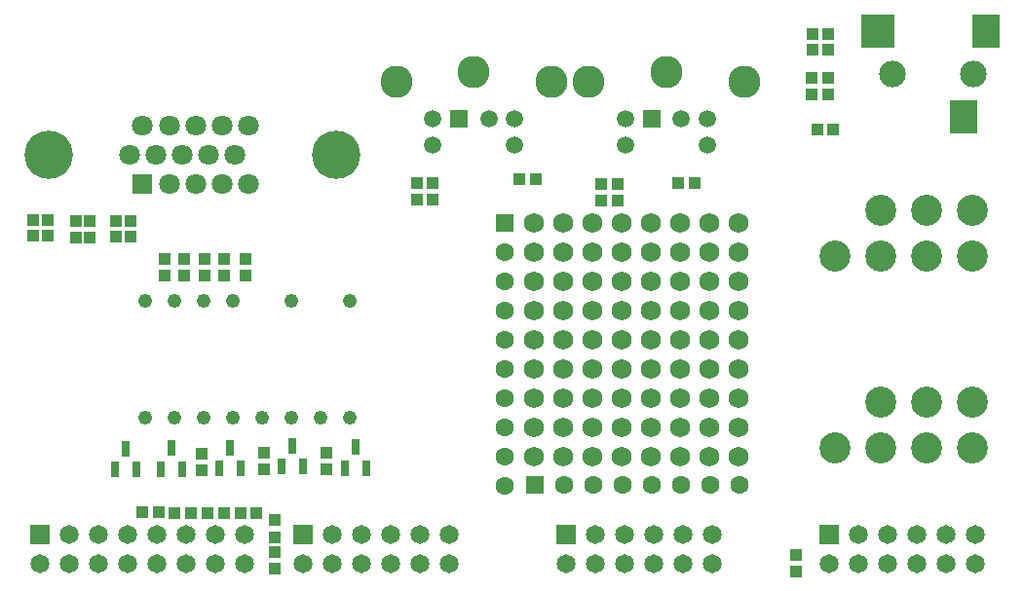
<source format=gts>
%FSLAX25Y25*%
%MOIN*%
G70*
G01*
G75*
G04 Layer_Color=8388736*
%ADD10R,0.03150X0.03347*%
%ADD11R,0.02362X0.04724*%
%ADD12R,0.03347X0.03150*%
%ADD13R,0.08661X0.11024*%
%ADD14R,0.11024X0.11024*%
%ADD15C,0.00600*%
%ADD16C,0.01200*%
%ADD17C,0.00800*%
%ADD18C,0.06000*%
%ADD19R,0.05500X0.05500*%
%ADD20C,0.05500*%
%ADD21R,0.05500X0.05500*%
%ADD22C,0.05700*%
%ADD23R,0.05700X0.05700*%
%ADD24C,0.10236*%
%ADD25C,0.05118*%
%ADD26R,0.05118X0.05118*%
%ADD27C,0.04000*%
%ADD28C,0.06299*%
%ADD29R,0.06299X0.06299*%
%ADD30C,0.15748*%
%ADD31C,0.11575*%
%ADD32C,0.09843*%
%ADD33C,0.08300*%
%ADD34C,0.02700*%
%ADD35C,0.00984*%
%ADD36C,0.05906*%
%ADD37C,0.00600*%
%ADD38C,0.01000*%
%ADD39C,0.00100*%
%ADD40C,0.00787*%
%ADD41C,0.00591*%
%ADD42R,0.03950X0.04147*%
%ADD43R,0.03162X0.05524*%
%ADD44R,0.04147X0.03950*%
%ADD45R,0.09461X0.11824*%
%ADD46R,0.11824X0.11824*%
%ADD47C,0.06800*%
%ADD48R,0.06300X0.06300*%
%ADD49C,0.06300*%
%ADD50R,0.06300X0.06300*%
%ADD51C,0.06500*%
%ADD52R,0.06500X0.06500*%
%ADD53C,0.11036*%
%ADD54C,0.05918*%
%ADD55R,0.05918X0.05918*%
%ADD56C,0.04800*%
%ADD57C,0.07099*%
%ADD58R,0.07099X0.07099*%
%ADD59C,0.16548*%
%ADD60C,0.10642*%
%ADD61C,0.09100*%
D42*
X67300Y27500D02*
D03*
X72812D02*
D03*
X83912Y27300D02*
D03*
X78400D02*
D03*
X45000Y27600D02*
D03*
X50512D02*
D03*
X61512Y27400D02*
D03*
X56000D02*
D03*
X281212Y158900D02*
D03*
X275700D02*
D03*
X228300Y140500D02*
D03*
X233812D02*
D03*
X179512Y141700D02*
D03*
X174000D02*
D03*
D43*
X71160Y42757D02*
D03*
X78640D02*
D03*
X74900Y49843D02*
D03*
X114016Y42857D02*
D03*
X121496D02*
D03*
X117756Y49943D02*
D03*
X92516Y43357D02*
D03*
X99996D02*
D03*
X96256Y50443D02*
D03*
X51016Y42557D02*
D03*
X58496D02*
D03*
X54756Y49643D02*
D03*
X35416Y42357D02*
D03*
X42896D02*
D03*
X39156Y49443D02*
D03*
D44*
X66056Y114256D02*
D03*
Y108744D02*
D03*
X52356Y114256D02*
D03*
Y108744D02*
D03*
X72906Y114256D02*
D03*
Y108744D02*
D03*
X65156Y42144D02*
D03*
Y47656D02*
D03*
X86356Y42544D02*
D03*
Y48056D02*
D03*
X59206Y114256D02*
D03*
Y108744D02*
D03*
X107956Y42444D02*
D03*
Y47956D02*
D03*
X7514Y127856D02*
D03*
Y122344D02*
D03*
X12514Y127856D02*
D03*
Y122344D02*
D03*
X268656Y7544D02*
D03*
Y13056D02*
D03*
X279356Y176256D02*
D03*
Y170744D02*
D03*
X279400Y191456D02*
D03*
Y185944D02*
D03*
X273756Y176356D02*
D03*
Y170844D02*
D03*
X274100Y191456D02*
D03*
Y185944D02*
D03*
X90056Y19147D02*
D03*
Y25053D02*
D03*
Y13956D02*
D03*
Y8444D02*
D03*
X26975Y127427D02*
D03*
Y121916D02*
D03*
X22071Y127356D02*
D03*
Y121844D02*
D03*
X40800Y127556D02*
D03*
Y122044D02*
D03*
X35800Y127456D02*
D03*
Y121944D02*
D03*
X138700Y134744D02*
D03*
Y140256D02*
D03*
X144100Y134744D02*
D03*
Y140256D02*
D03*
X80200Y108744D02*
D03*
Y114256D02*
D03*
X202000Y134544D02*
D03*
Y140056D02*
D03*
X207500Y134544D02*
D03*
Y140056D02*
D03*
D45*
X333551Y192267D02*
D03*
X325677Y163133D02*
D03*
D46*
X296543Y192267D02*
D03*
D47*
X178756Y126800D02*
D03*
X188756D02*
D03*
X198756D02*
D03*
X208756D02*
D03*
X218756D02*
D03*
X228756D02*
D03*
X238756D02*
D03*
X248756D02*
D03*
Y116800D02*
D03*
X238756D02*
D03*
X228756D02*
D03*
X218756D02*
D03*
X208756D02*
D03*
X198756D02*
D03*
X188756D02*
D03*
X178756D02*
D03*
X248756Y106800D02*
D03*
X238756D02*
D03*
X228756D02*
D03*
X218756D02*
D03*
X208756D02*
D03*
X198756D02*
D03*
X188756D02*
D03*
X178756D02*
D03*
X248756Y96800D02*
D03*
X238756D02*
D03*
X228756D02*
D03*
X218756D02*
D03*
X208756D02*
D03*
X198756D02*
D03*
X188756D02*
D03*
X178756D02*
D03*
X248756Y86800D02*
D03*
X238756D02*
D03*
X228756D02*
D03*
X218756D02*
D03*
X208756D02*
D03*
X198756D02*
D03*
X188756D02*
D03*
X178756D02*
D03*
X248756Y76800D02*
D03*
X238756D02*
D03*
X228756D02*
D03*
X218756D02*
D03*
X208756D02*
D03*
X198756D02*
D03*
X188756D02*
D03*
X178756D02*
D03*
X248756Y66800D02*
D03*
X238756D02*
D03*
X228756D02*
D03*
X218756D02*
D03*
X208756D02*
D03*
X198756D02*
D03*
X188756D02*
D03*
X178756D02*
D03*
X248756Y56800D02*
D03*
X238756D02*
D03*
X228756D02*
D03*
X218756D02*
D03*
X208756D02*
D03*
X198756D02*
D03*
X188756D02*
D03*
X178756D02*
D03*
X248756Y46800D02*
D03*
X238756D02*
D03*
X228756D02*
D03*
X218756D02*
D03*
X208756D02*
D03*
X198756D02*
D03*
X188756D02*
D03*
X178756D02*
D03*
D48*
X179156Y37100D02*
D03*
D49*
X189156D02*
D03*
X199156D02*
D03*
X209156D02*
D03*
X219156D02*
D03*
X229156D02*
D03*
X239156D02*
D03*
X249156D02*
D03*
X168756Y116800D02*
D03*
Y106800D02*
D03*
Y96800D02*
D03*
Y86800D02*
D03*
Y76800D02*
D03*
Y66800D02*
D03*
Y56800D02*
D03*
Y46800D02*
D03*
Y36800D02*
D03*
D50*
Y126800D02*
D03*
D51*
X330000Y10000D02*
D03*
X320000D02*
D03*
X310000D02*
D03*
X300000D02*
D03*
X290000D02*
D03*
X280000D02*
D03*
X330000Y20000D02*
D03*
X320000D02*
D03*
X310000D02*
D03*
X300000D02*
D03*
X290000D02*
D03*
X240000Y10000D02*
D03*
X230000D02*
D03*
X220000D02*
D03*
X210000D02*
D03*
X200000D02*
D03*
X190000D02*
D03*
X240000Y20000D02*
D03*
X230000D02*
D03*
X220000D02*
D03*
X210000D02*
D03*
X200000D02*
D03*
X150000Y10000D02*
D03*
X140000D02*
D03*
X130000D02*
D03*
X120000D02*
D03*
X110000D02*
D03*
X100000D02*
D03*
X150000Y20000D02*
D03*
X140000D02*
D03*
X130000D02*
D03*
X120000D02*
D03*
X110000D02*
D03*
X80000Y10000D02*
D03*
X70000D02*
D03*
X60000D02*
D03*
X50000D02*
D03*
X40000D02*
D03*
X30000D02*
D03*
X20000D02*
D03*
X10000D02*
D03*
X70000Y20000D02*
D03*
X80000D02*
D03*
X60000D02*
D03*
X50000D02*
D03*
X40000D02*
D03*
X30000D02*
D03*
X20000D02*
D03*
D52*
X280000D02*
D03*
X190000D02*
D03*
X100000D02*
D03*
X10000D02*
D03*
D53*
X224200Y178303D02*
D03*
X250775Y175154D02*
D03*
X197625D02*
D03*
X158300Y178303D02*
D03*
X184875Y175154D02*
D03*
X131725D02*
D03*
D54*
X238216Y153500D02*
D03*
X210184D02*
D03*
X238216Y162398D02*
D03*
X210184D02*
D03*
X229318D02*
D03*
X172316Y153500D02*
D03*
X144284D02*
D03*
X172316Y162398D02*
D03*
X144284D02*
D03*
X163418D02*
D03*
D55*
X219082D02*
D03*
X153182D02*
D03*
D56*
X45680Y60233D02*
D03*
X55680D02*
D03*
X65680D02*
D03*
X75680D02*
D03*
X85680D02*
D03*
X95680D02*
D03*
X105680D02*
D03*
X115680D02*
D03*
Y100233D02*
D03*
X95680D02*
D03*
X75680D02*
D03*
X65680D02*
D03*
X55680D02*
D03*
X45680D02*
D03*
D57*
X81063Y160000D02*
D03*
X72047D02*
D03*
X63032D02*
D03*
X54016D02*
D03*
X45000D02*
D03*
X76417Y150000D02*
D03*
X67441D02*
D03*
X58465D02*
D03*
X49488D02*
D03*
X40512D02*
D03*
X81063Y140000D02*
D03*
X72047D02*
D03*
X63032D02*
D03*
X54016D02*
D03*
D58*
X45000D02*
D03*
D59*
X12795Y150000D02*
D03*
X111181D02*
D03*
D60*
X297448Y131148D02*
D03*
X313196D02*
D03*
X328944D02*
D03*
Y115400D02*
D03*
X313196D02*
D03*
X297448D02*
D03*
X281700D02*
D03*
X297448Y65448D02*
D03*
X313196D02*
D03*
X328944D02*
D03*
Y49700D02*
D03*
X313196D02*
D03*
X297448D02*
D03*
X281700D02*
D03*
D61*
X301661Y177700D02*
D03*
X329221D02*
D03*
M02*

</source>
